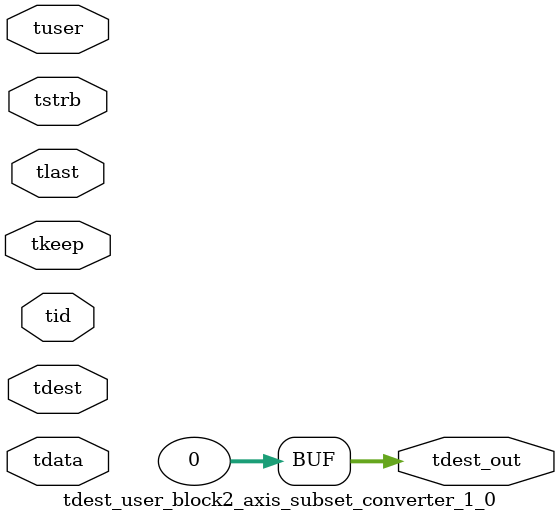
<source format=v>


`timescale 1ps/1ps

module tdest_user_block2_axis_subset_converter_1_0 #
(
parameter C_S_AXIS_TDATA_WIDTH = 32,
parameter C_S_AXIS_TUSER_WIDTH = 0,
parameter C_S_AXIS_TID_WIDTH   = 0,
parameter C_S_AXIS_TDEST_WIDTH = 0,
parameter C_M_AXIS_TDEST_WIDTH = 32
)
(
input  [(C_S_AXIS_TDATA_WIDTH == 0 ? 1 : C_S_AXIS_TDATA_WIDTH)-1:0     ] tdata,
input  [(C_S_AXIS_TUSER_WIDTH == 0 ? 1 : C_S_AXIS_TUSER_WIDTH)-1:0     ] tuser,
input  [(C_S_AXIS_TID_WIDTH   == 0 ? 1 : C_S_AXIS_TID_WIDTH)-1:0       ] tid,
input  [(C_S_AXIS_TDEST_WIDTH == 0 ? 1 : C_S_AXIS_TDEST_WIDTH)-1:0     ] tdest,
input  [(C_S_AXIS_TDATA_WIDTH/8)-1:0 ] tkeep,
input  [(C_S_AXIS_TDATA_WIDTH/8)-1:0 ] tstrb,
input                                                                    tlast,
output [C_M_AXIS_TDEST_WIDTH-1:0] tdest_out
);

assign tdest_out = {1'b0};

endmodule


</source>
